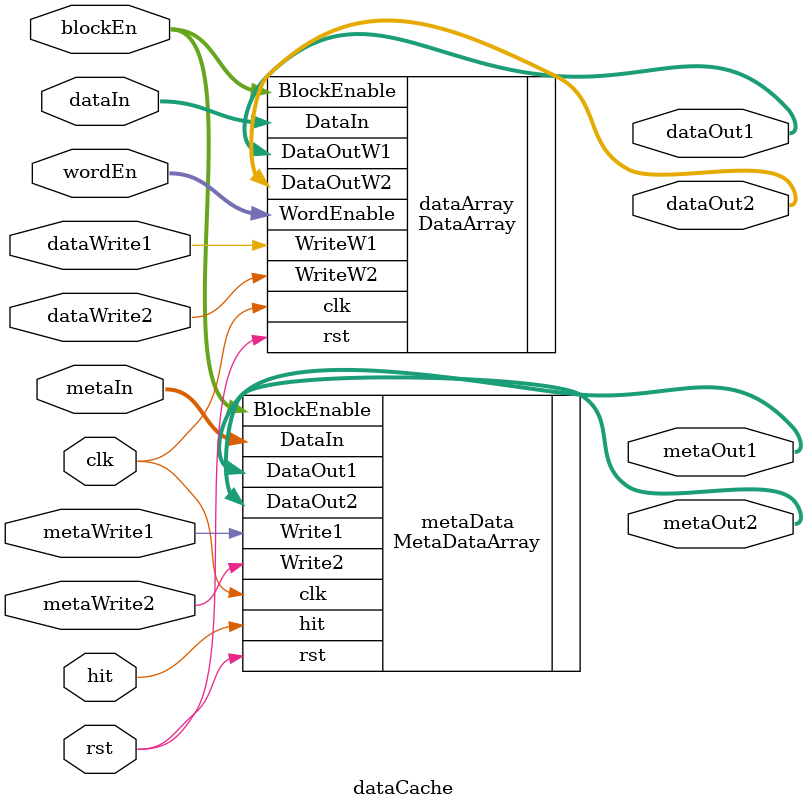
<source format=v>
module dataCache(clk, rst, metaIn, dataIn, blockEn, wordEn, metaWrite1, metaWrite2, dataWrite1, dataWrite2, metaOut1, metaOut2, dataOut1, dataOut2, hit);
	input clk, rst, metaWrite1, metaWrite2, dataWrite1, dataWrite2, hit; 
	input [7:0] metaIn;
	input [15:0] dataIn;
	input [63:0] blockEn;
	input [7:0] wordEn;
	output [7:0] metaOut1, metaOut2;
	output [15:0] dataOut1, dataOut2;
	
	// metadata array
	MetaDataArray metaData(.clk(clk), .rst(rst), .DataIn(metaIn), .Write1(metaWrite1), .Write2(metaWrite2), .BlockEnable(blockEn), .DataOut1(metaOut1), .DataOut2(metaOut2), .hit(hit));
	
	// data array
	DataArray dataArray(.clk(clk), .rst(rst), .DataIn(dataIn), .WriteW1(dataWrite1), .WriteW2(dataWrite2), .BlockEnable(blockEn), .WordEnable(wordEn), .DataOutW1(dataOut1), .DataOutW2(dataOut2));
		
endmodule
</source>
